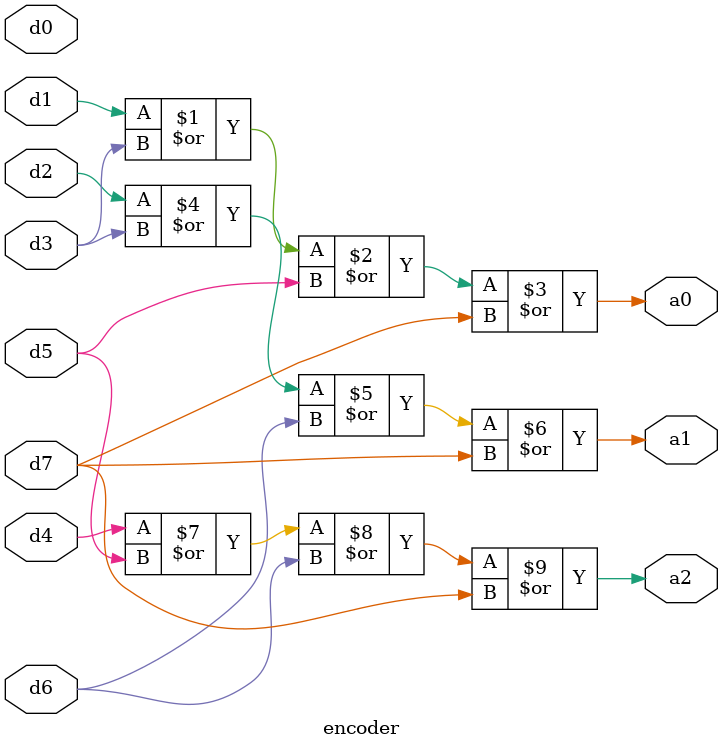
<source format=v>
module encoder(a0,a1,a2,d0,d1,d2,d3,d4,d5,d6,d7);
input d0,d1,d2,d3,d4,d5,d6,d7;
output a0,a1,a2;
assign a0 = d1|d3|d5|d7;
assign a1 =d2|d3|d6|d7;
assign a2 =d4|d5|d6|d7;
endmodule

</source>
